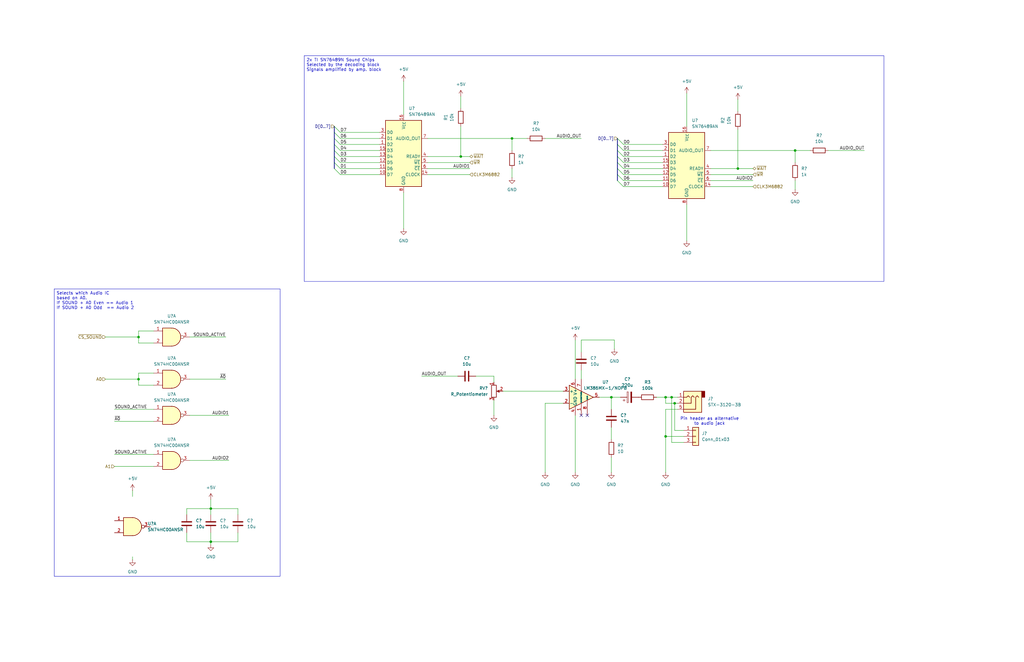
<source format=kicad_sch>
(kicad_sch (version 20250114) (generator "eeschema") (generator_version "9.0")
  (paper "USLedger")
  (lib_symbols
    (symbol "74xx:74HC00" (pin_names (offset 1.016))
      (property "Reference" "U" (at 0 1.27 0))
      (property "Value" "74HC00" (at 0 -1.27 0))
      (symbol "74HC00_1_1"
        (arc (start 0 3.81) (mid 3.7934 0) (end 0 -3.81) (stroke (width 0.254)) (fill (type background)))
        (polyline (pts (xy 0 3.81) (xy -3.81 3.81) (xy -3.81 -3.81) (xy 0 -3.81)) (stroke (width 0.254)) (fill (type background)))
        (pin input line (at -7.62 2.54 0) (length 3.81) (name "~") (number "1"))
        (pin input line (at -7.62 -2.54 0) (length 3.81) (name "~") (number "2"))
        (pin output inverted (at 7.62 0 180) (length 3.81) (name "~") (number "3"))
      )
      (symbol "74HC00_1_2"
        (arc (start -3.81 3.81) (mid -2.589 0) (end -3.81 -3.81) (stroke (width 0.254)))
        (polyline (pts (xy -3.81 3.81) (xy -0.635 3.81)) (stroke (width 0.254)) (fill (type background)))
        (polyline (pts (xy -3.81 -3.81) (xy -0.635 -3.81)) (stroke (width 0.254)) (fill (type background)))
        (arc (start 3.81 0) (mid 2.1855 -2.584) (end -0.6096 -3.81) (stroke (width 0.254)) (fill (type background)))
        (arc (start -0.6096 3.81) (mid 2.1928 2.5924) (end 3.81 0) (stroke (width 0.254)) (fill (type background)))
        (polyline (pts (xy -0.635 3.81) (xy -3.81 3.81) (xy -3.81 3.81) (xy -3.556 3.4036) (xy -3.0226 2.2606) (xy -2.6924 1.0414) (xy -2.6162 -0.254) (xy -2.7686 -1.4986) (xy -3.175 -2.7178) (xy -3.81 -3.81) (xy -3.81 -3.81) (xy -0.635 -3.81)) (stroke (width -25.4)) (fill (type background)))
        (pin input inverted (at -7.62 2.54 0) (length 4.318) (name "~") (number "1"))
        (pin input inverted (at -7.62 -2.54 0) (length 4.318) (name "~") (number "2"))
        (pin output line (at 7.62 0 180) (length 3.81) (name "~") (number "3"))
      )
      (symbol "74HC00_2_1"
        (arc (start 0 3.81) (mid 3.7934 0) (end 0 -3.81) (stroke (width 0.254)) (fill (type background)))
        (polyline (pts (xy 0 3.81) (xy -3.81 3.81) (xy -3.81 -3.81) (xy 0 -3.81)) (stroke (width 0.254)) (fill (type background)))
        (pin input line (at -7.62 2.54 0) (length 3.81) (name "~") (number "4"))
        (pin input line (at -7.62 -2.54 0) (length 3.81) (name "~") (number "5"))
        (pin output inverted (at 7.62 0 180) (length 3.81) (name "~") (number "6"))
      )
      (symbol "74HC00_2_2"
        (arc (start -3.81 3.81) (mid -2.589 0) (end -3.81 -3.81) (stroke (width 0.254)))
        (polyline (pts (xy -3.81 3.81) (xy -0.635 3.81)) (stroke (width 0.254)) (fill (type background)))
        (polyline (pts (xy -3.81 -3.81) (xy -0.635 -3.81)) (stroke (width 0.254)) (fill (type background)))
        (arc (start 3.81 0) (mid 2.1855 -2.584) (end -0.6096 -3.81) (stroke (width 0.254)) (fill (type background)))
        (arc (start -0.6096 3.81) (mid 2.1928 2.5924) (end 3.81 0) (stroke (width 0.254)) (fill (type background)))
        (polyline (pts (xy -0.635 3.81) (xy -3.81 3.81) (xy -3.81 3.81) (xy -3.556 3.4036) (xy -3.0226 2.2606) (xy -2.6924 1.0414) (xy -2.6162 -0.254) (xy -2.7686 -1.4986) (xy -3.175 -2.7178) (xy -3.81 -3.81) (xy -3.81 -3.81) (xy -0.635 -3.81)) (stroke (width -25.4)) (fill (type background)))
        (pin input inverted (at -7.62 2.54 0) (length 4.318) (name "~") (number "4"))
        (pin input inverted (at -7.62 -2.54 0) (length 4.318) (name "~") (number "5"))
        (pin output line (at 7.62 0 180) (length 3.81) (name "~") (number "6"))
      )
      (symbol "74HC00_3_1"
        (arc (start 0 3.81) (mid 3.7934 0) (end 0 -3.81) (stroke (width 0.254)) (fill (type background)))
        (polyline (pts (xy 0 3.81) (xy -3.81 3.81) (xy -3.81 -3.81) (xy 0 -3.81)) (stroke (width 0.254)) (fill (type background)))
        (pin input line (at -7.62 2.54 0) (length 3.81) (name "~") (number "9"))
        (pin input line (at -7.62 -2.54 0) (length 3.81) (name "~") (number "10"))
        (pin output inverted (at 7.62 0 180) (length 3.81) (name "~") (number "8"))
      )
      (symbol "74HC00_3_2"
        (arc (start -3.81 3.81) (mid -2.589 0) (end -3.81 -3.81) (stroke (width 0.254)))
        (polyline (pts (xy -3.81 3.81) (xy -0.635 3.81)) (stroke (width 0.254)) (fill (type background)))
        (polyline (pts (xy -3.81 -3.81) (xy -0.635 -3.81)) (stroke (width 0.254)) (fill (type background)))
        (arc (start 3.81 0) (mid 2.1855 -2.584) (end -0.6096 -3.81) (stroke (width 0.254)) (fill (type background)))
        (arc (start -0.6096 3.81) (mid 2.1928 2.5924) (end 3.81 0) (stroke (width 0.254)) (fill (type background)))
        (polyline (pts (xy -0.635 3.81) (xy -3.81 3.81) (xy -3.81 3.81) (xy -3.556 3.4036) (xy -3.0226 2.2606) (xy -2.6924 1.0414) (xy -2.6162 -0.254) (xy -2.7686 -1.4986) (xy -3.175 -2.7178) (xy -3.81 -3.81) (xy -3.81 -3.81) (xy -0.635 -3.81)) (stroke (width -25.4)) (fill (type background)))
        (pin input inverted (at -7.62 2.54 0) (length 4.318) (name "~") (number "9"))
        (pin input inverted (at -7.62 -2.54 0) (length 4.318) (name "~") (number "10"))
        (pin output line (at 7.62 0 180) (length 3.81) (name "~") (number "8"))
      )
      (symbol "74HC00_4_1"
        (arc (start 0 3.81) (mid 3.7934 0) (end 0 -3.81) (stroke (width 0.254)) (fill (type background)))
        (polyline (pts (xy 0 3.81) (xy -3.81 3.81) (xy -3.81 -3.81) (xy 0 -3.81)) (stroke (width 0.254)) (fill (type background)))
        (pin input line (at -7.62 2.54 0) (length 3.81) (name "~") (number "12"))
        (pin input line (at -7.62 -2.54 0) (length 3.81) (name "~") (number "13"))
        (pin output inverted (at 7.62 0 180) (length 3.81) (name "~") (number "11"))
      )
      (symbol "74HC00_4_2"
        (arc (start -3.81 3.81) (mid -2.589 0) (end -3.81 -3.81) (stroke (width 0.254)))
        (polyline (pts (xy -3.81 3.81) (xy -0.635 3.81)) (stroke (width 0.254)) (fill (type background)))
        (polyline (pts (xy -3.81 -3.81) (xy -0.635 -3.81)) (stroke (width 0.254)) (fill (type background)))
        (arc (start 3.81 0) (mid 2.1855 -2.584) (end -0.6096 -3.81) (stroke (width 0.254)) (fill (type background)))
        (arc (start -0.6096 3.81) (mid 2.1928 2.5924) (end 3.81 0) (stroke (width 0.254)) (fill (type background)))
        (polyline (pts (xy -0.635 3.81) (xy -3.81 3.81) (xy -3.81 3.81) (xy -3.556 3.4036) (xy -3.0226 2.2606) (xy -2.6924 1.0414) (xy -2.6162 -0.254) (xy -2.7686 -1.4986) (xy -3.175 -2.7178) (xy -3.81 -3.81) (xy -3.81 -3.81) (xy -0.635 -3.81)) (stroke (width -25.4)) (fill (type background)))
        (pin input inverted (at -7.62 2.54 0) (length 4.318) (name "~") (number "12"))
        (pin input inverted (at -7.62 -2.54 0) (length 4.318) (name "~") (number "13"))
        (pin output line (at 7.62 0 180) (length 3.81) (name "~") (number "11"))
      )
      (symbol "74HC00_5_0"
        (pin power_in line (at 0 12.7 270) (length 5.08) (name "VCC") (number "14"))
        (pin power_in line (at 0 -12.7 90) (length 5.08) (name "GND") (number "7"))
      )
      (symbol "74HC00_5_1"
        (rectangle (start -5.08 7.62) (end 5.08 -7.62) (stroke (width 0.254)) (fill (type background)))
      )
    )
    (symbol "Amplifier_Audio:LM386" (pin_names (offset 0.127))
      (property "Reference" "U" (at 1.27 7.62 0))
      (property "Value" "LM386" (at 1.27 5.08 0))
      (symbol "LM386_0_1"
        (polyline (pts (xy 5.08 0) (xy -5.08 5.08) (xy -5.08 -5.08) (xy 5.08 0)) (stroke (width 0.254)) (fill (type background)))
      )
      (symbol "LM386_1_1"
        (pin input line (at -7.62 2.54 0) (length 2.54) (name "+") (number "3"))
        (pin input line (at -7.62 -2.54 0) (length 2.54) (name "-") (number "2"))
        (pin power_in line (at -2.54 7.62 270) (length 3.81) (name "V+") (number "6"))
        (pin power_in line (at -2.54 -7.62 90) (length 3.81) (name "GND") (number "4"))
        (pin input line (at 0 7.62 270) (length 5.08) (name "BYPASS") (number "7"))
        (pin input line (at 0 -7.62 90) (length 5.08) (name "GAIN") (number "1"))
        (pin input line (at 2.54 -7.62 90) (length 6.35) (name "GAIN") (number "8"))
        (pin output line (at 7.62 0 180) (length 2.54) (name "~") (number "5"))
      )
    )
    (symbol "Audio:SN76489AN"
      (property "Reference" "U" (at -6.604 16.764 0))
      (property "Value" "SN76489AN" (at 7.112 16.764 0))
      (symbol "SN76489AN_0_0"
        (rectangle (start -7.62 15.24) (end 7.62 -12.7) (stroke (width 0.254)) (fill (type background)))
      )
      (symbol "SN76489AN_1_1"
        (pin input line (at -10.16 10.16 0) (length 2.54) (name "D0") (number "3"))
        (pin input line (at -10.16 7.62 0) (length 2.54) (name "D1") (number "2"))
        (pin input line (at -10.16 5.08 0) (length 2.54) (name "D2") (number "1"))
        (pin input line (at -10.16 2.54 0) (length 2.54) (name "D3") (number "15"))
        (pin input line (at -10.16 0 0) (length 2.54) (name "D4") (number "13"))
        (pin input line (at -10.16 -2.54 0) (length 2.54) (name "D5") (number "12"))
        (pin input line (at -10.16 -5.08 0) (length 2.54) (name "D6") (number "11"))
        (pin input line (at -10.16 -7.62 0) (length 2.54) (name "D7") (number "10"))
        (pin power_in line (at 0 17.78 270) (length 2.54) (name "V_{CC}") (number "16"))
        (pin power_in line (at 0 -15.24 90) (length 2.54) (name "GND") (number "8"))
        (pin output line (at 10.16 7.62 180) (length 2.54) (name "AUDIO_OUT") (number "7"))
        (pin no_connect line (at 10.16 5.08 180) (length 2.54) (hide yes) (name "NC") (number "9"))
        (pin open_collector line (at 10.16 0 180) (length 2.54) (name "READY") (number "4"))
        (pin input line (at 10.16 -2.54 180) (length 2.54) (name "~{WE}") (number "5"))
        (pin input line (at 10.16 -5.08 180) (length 2.54) (name "~{CE}") (number "6"))
        (pin input line (at 10.16 -7.62 180) (length 2.54) (name "CLOCK") (number "14"))
      )
    )
    (symbol "Connector_Audio:AudioJack3"
      (property "Reference" "J6" (at -7.62 -1.9051 0))
      (property "Value" "STX-3120-3B" (at -7.62 0.6349 0))
      (symbol "AudioJack3_0_1"
        (rectangle (start -5.08 -5.08) (end -6.35 -2.54) (stroke (width 0.254)) (fill (type outline)))
        (polyline (pts (xy -1.905 -2.54) (xy -1.27 -3.175) (xy -0.635 -2.54) (xy -0.635 0) (xy 2.54 0)) (stroke (width 0.254)))
        (polyline (pts (xy 0 -2.54) (xy 0.635 -3.175) (xy 1.27 -2.54) (xy 2.54 -2.54)) (stroke (width 0.254)))
        (rectangle (start 2.54 3.81) (end -5.08 -5.08) (stroke (width 0.254)) (fill (type background)))
        (polyline (pts (xy 2.54 2.54) (xy -2.54 2.54) (xy -2.54 -2.54) (xy -3.175 -3.175) (xy -3.81 -2.54)) (stroke (width 0.254)))
      )
      (symbol "AudioJack3_1_1"
        (pin passive line (at 5.08 2.54 180) (length 2.54) (name "~") (number "5"))
        (pin passive line (at 5.08 0 180) (length 2.54) (name "~") (number "2"))
        (pin passive line (at 5.08 -2.54 180) (length 2.54) (name "~") (number "1"))
      )
    )
    (symbol "Connector_Generic:Conn_01x03" (pin_names (offset 1.016) (hide yes))
      (property "Reference" "J" (at 0 5.08 0))
      (property "Value" "Conn_01x03" (at 0 -5.08 0))
      (symbol "Conn_01x03_1_1"
        (rectangle (start -1.27 3.81) (end 1.27 -3.81) (stroke (width 0.254)) (fill (type background)))
        (rectangle (start -1.27 2.667) (end 0 2.413) (stroke (width 0.1524)))
        (rectangle (start -1.27 0.127) (end 0 -0.127) (stroke (width 0.1524)))
        (rectangle (start -1.27 -2.413) (end 0 -2.667) (stroke (width 0.1524)))
        (pin passive line (at -5.08 2.54 0) (length 3.81) (name "Pin_1") (number "1"))
        (pin passive line (at -5.08 0 0) (length 3.81) (name "Pin_2") (number "2"))
        (pin passive line (at -5.08 -2.54 0) (length 3.81) (name "Pin_3") (number "3"))
      )
    )
    (symbol "Device:C" (pin_numbers (hide yes)) (pin_names (offset 0.254))
      (property "Reference" "C" (at 0.635 2.54 0))
      (property "Value" "C" (at 0.635 -2.54 0))
      (symbol "C_0_1"
        (polyline (pts (xy -2.032 0.762) (xy 2.032 0.762)) (stroke (width 0.508)))
        (polyline (pts (xy -2.032 -0.762) (xy 2.032 -0.762)) (stroke (width 0.508)))
      )
      (symbol "C_1_1"
        (pin passive line (at 0 3.81 270) (length 2.794) (name "~") (number "1"))
        (pin passive line (at 0 -3.81 90) (length 2.794) (name "~") (number "2"))
      )
    )
    (symbol "Device:C_Polarized" (pin_numbers (hide yes)) (pin_names (offset 0.254))
      (property "Reference" "C" (at 0.635 2.54 0))
      (property "Value" "C_Polarized" (at 0.635 -2.54 0))
      (symbol "C_Polarized_0_1"
        (rectangle (start -2.286 0.508) (end 2.286 1.016))
        (polyline (pts (xy -1.778 2.286) (xy -0.762 2.286)))
        (polyline (pts (xy -1.27 2.794) (xy -1.27 1.778)))
        (rectangle (start 2.286 -0.508) (end -2.286 -1.016) (fill (type outline)))
      )
      (symbol "C_Polarized_1_1"
        (pin passive line (at 0 3.81 270) (length 2.794) (name "~") (number "1"))
        (pin passive line (at 0 -3.81 90) (length 2.794) (name "~") (number "2"))
      )
    )
    (symbol "Device:R" (pin_numbers (hide yes)) (pin_names (offset 0))
      (property "Reference" "R" (at 2.032 0 90))
      (property "Value" "R" (at 0 0 90))
      (symbol "R_0_1"
        (rectangle (start -1.016 -2.54) (end 1.016 2.54) (stroke (width 0.254)))
      )
      (symbol "R_1_1"
        (pin passive line (at 0 3.81 270) (length 1.27) (name "~") (number "1"))
        (pin passive line (at 0 -3.81 90) (length 1.27) (name "~") (number "2"))
      )
    )
    (symbol "Device:R_Potentiometer" (pin_names (offset 1.016) (hide yes))
      (property "Reference" "RV" (at -4.445 0 90))
      (property "Value" "R_Potentiometer" (at -2.54 0 90))
      (symbol "R_Potentiometer_0_1"
        (rectangle (start 1.016 2.54) (end -1.016 -2.54) (stroke (width 0.254)))
        (polyline (pts (xy 1.143 0) (xy 2.286 0.508) (xy 2.286 -0.508) (xy 1.143 0)) (fill (type outline)))
        (polyline (pts (xy 2.54 0) (xy 1.524 0)))
      )
      (symbol "R_Potentiometer_1_1"
        (pin passive line (at 0 3.81 270) (length 1.27) (name "1") (number "1"))
        (pin passive line (at 0 -3.81 90) (length 1.27) (name "3") (number "3"))
        (pin passive line (at 3.81 0 180) (length 1.27) (name "2") (number "2"))
      )
    )
    (symbol "power:+5V" (power) (pin_numbers (hide yes)) (pin_names (offset 0) (hide yes))
      (property "Value" "+5V" (at 0 3.556 0))
      (symbol "+5V_0_1"
        (polyline (pts (xy -0.762 1.27) (xy 0 2.54)))
        (polyline (pts (xy 0 2.54) (xy 0.762 1.27)))
        (polyline (pts (xy 0 0) (xy 0 2.54)))
      )
      (symbol "+5V_1_1"
        (pin power_in line (at 0 0 90) (length 0) (name "~") (number "1"))
      )
    )
    (symbol "power:GND" (power) (pin_numbers (hide yes)) (pin_names (offset 0) (hide yes))
      (property "Value" "GND" (at 0 -3.81 0))
      (symbol "GND_0_1"
        (polyline (pts (xy 0 0) (xy 0 -1.27) (xy 1.27 -1.27) (xy 0 -2.54) (xy -1.27 -1.27) (xy 0 -1.27)))
      )
      (symbol "GND_1_1"
        (pin power_in line (at 0 0 270) (length 0) (name "~") (number "1"))
      )
    )
  )
  (text "Pin header as alternative\nto audio jack" (at 299.212 177.8 0) (effects (font (size 1.27 1.27))))
  (text_box "Selects which Audio IC\nbased on A0.\nIf SOUND + A0 Even == Audio 1\nIf SOUND + A0 Odd  == Audio 2" (at 22.86 121.92 0) (size 95.25 121.285) (margins 0.9525 0.9525 0.9525 0.9525) (effects (font (size 1.27 1.27)) (justify left top)))
  (text_box "2x TI SN76489N Sound Chips\nSelected by the decoding block\nSignals amplified by amp. block" (at 128.27 23.495 0) (size 244.475 95.25) (margins 0.9525 0.9525 0.9525 0.9525) (effects (font (size 1.27 1.27)) (justify left top)))
  (junction (at 280.67 184.15))
  (junction (at 280.67 167.64))
  (junction (at 58.42 142.24))
  (junction (at 88.9 214.63))
  (junction (at 215.9 58.42))
  (junction (at 335.28 63.5))
  (junction (at 58.42 160.02))
  (junction (at 194.31 66.04))
  (junction (at 284.48 170.18))
  (junction (at 283.21 167.64))
  (junction (at 257.81 167.64))
  (junction (at 311.15 71.12))
  (junction (at 88.9 228.6))
  (no_connect (at 247.65 175.26))
  (no_connect (at 245.11 175.26))
  (bus_entry (at 140.97 60.96) (size 2.54 2.54))
  (bus_entry (at 260.35 68.58) (size 2.54 2.54))
  (bus_entry (at 260.35 63.5) (size 2.54 2.54))
  (bus_entry (at 260.35 58.42) (size 2.54 2.54))
  (bus_entry (at 260.35 76.2) (size 2.54 2.54))
  (bus_entry (at 140.97 55.88) (size 2.54 2.54))
  (bus_entry (at 260.35 73.66) (size 2.54 2.54))
  (bus_entry (at 260.35 71.12) (size 2.54 2.54))
  (bus_entry (at 140.97 53.34) (size 2.54 2.54))
  (bus_entry (at 140.97 63.5) (size 2.54 2.54))
  (bus_entry (at 140.97 66.04) (size 2.54 2.54))
  (bus_entry (at 140.97 71.12) (size 2.54 2.54))
  (bus_entry (at 140.97 68.58) (size 2.54 2.54))
  (bus_entry (at 260.35 60.96) (size 2.54 2.54))
  (bus_entry (at 140.97 58.42) (size 2.54 2.54))
  (bus_entry (at 260.35 66.04) (size 2.54 2.54))
  (bus (pts (xy 140.97 58.42) (xy 140.97 60.96)))
  (wire (pts (xy 48.26 172.72) (xy 64.77 172.72)))
  (wire (pts (xy 88.9 224.79) (xy 88.9 228.6)))
  (wire (pts (xy 289.56 39.37) (xy 289.56 53.34)))
  (wire (pts (xy 80.01 175.26) (xy 96.52 175.26)))
  (wire (pts (xy 100.33 228.6) (xy 100.33 224.79)))
  (wire (pts (xy 208.28 168.91) (xy 208.28 175.26)))
  (wire (pts (xy 170.18 34.29) (xy 170.18 48.26)))
  (wire (pts (xy 280.67 170.18) (xy 284.48 170.18)))
  (wire (pts (xy 200.66 158.75) (xy 208.28 158.75)))
  (wire (pts (xy 335.28 68.58) (xy 335.28 63.5)))
  (wire (pts (xy 257.81 167.64) (xy 261.62 167.64)))
  (wire (pts (xy 143.51 71.12) (xy 160.02 71.12)))
  (wire (pts (xy 194.31 53.34) (xy 194.31 66.04)))
  (wire (pts (xy 245.11 148.59) (xy 245.11 143.51)))
  (wire (pts (xy 280.67 184.15) (xy 280.67 199.39)))
  (wire (pts (xy 80.01 160.02) (xy 95.25 160.02)))
  (wire (pts (xy 170.18 81.28) (xy 170.18 96.52)))
  (wire (pts (xy 177.8 158.75) (xy 193.04 158.75)))
  (wire (pts (xy 262.89 60.96) (xy 279.4 60.96)))
  (wire (pts (xy 335.28 80.01) (xy 335.28 76.2)))
  (wire (pts (xy 88.9 228.6) (xy 88.9 229.87)))
  (wire (pts (xy 299.72 73.66) (xy 317.5 73.66)))
  (wire (pts (xy 143.51 58.42) (xy 160.02 58.42)))
  (wire (pts (xy 242.57 175.26) (xy 242.57 199.39)))
  (wire (pts (xy 143.51 60.96) (xy 160.02 60.96)))
  (wire (pts (xy 257.81 180.34) (xy 257.81 185.42)))
  (bus (pts (xy 140.97 63.5) (xy 140.97 66.04)))
  (wire (pts (xy 180.34 66.04) (xy 194.31 66.04)))
  (wire (pts (xy 44.45 142.24) (xy 58.42 142.24)))
  (wire (pts (xy 78.74 224.79) (xy 78.74 228.6)))
  (wire (pts (xy 299.72 76.2) (xy 317.5 76.2)))
  (wire (pts (xy 194.31 66.04) (xy 198.12 66.04)))
  (wire (pts (xy 283.21 167.64) (xy 285.75 167.64)))
  (wire (pts (xy 262.89 63.5) (xy 279.4 63.5)))
  (wire (pts (xy 143.51 68.58) (xy 160.02 68.58)))
  (wire (pts (xy 44.45 160.02) (xy 58.42 160.02)))
  (wire (pts (xy 143.51 66.04) (xy 160.02 66.04)))
  (wire (pts (xy 262.89 76.2) (xy 279.4 76.2)))
  (wire (pts (xy 335.28 63.5) (xy 341.63 63.5)))
  (wire (pts (xy 180.34 71.12) (xy 198.12 71.12)))
  (wire (pts (xy 58.42 160.02) (xy 58.42 162.56)))
  (wire (pts (xy 58.42 144.78) (xy 64.77 144.78)))
  (wire (pts (xy 262.89 73.66) (xy 279.4 73.66)))
  (wire (pts (xy 257.81 193.04) (xy 257.81 199.39)))
  (wire (pts (xy 58.42 139.7) (xy 58.42 142.24)))
  (wire (pts (xy 88.9 210.82) (xy 88.9 214.63)))
  (wire (pts (xy 262.89 68.58) (xy 279.4 68.58)))
  (wire (pts (xy 257.81 167.64) (xy 257.81 172.72)))
  (wire (pts (xy 143.51 73.66) (xy 160.02 73.66)))
  (wire (pts (xy 180.34 58.42) (xy 215.9 58.42)))
  (wire (pts (xy 229.87 58.42) (xy 245.11 58.42)))
  (wire (pts (xy 64.77 157.48) (xy 58.42 157.48)))
  (wire (pts (xy 80.01 194.31) (xy 96.52 194.31)))
  (wire (pts (xy 212.09 165.1) (xy 237.49 165.1)))
  (bus (pts (xy 260.35 71.12) (xy 260.35 73.66)))
  (bus (pts (xy 140.97 66.04) (xy 140.97 68.58)))
  (bus (pts (xy 260.35 73.66) (xy 260.35 76.2)))
  (wire (pts (xy 48.26 177.8) (xy 64.77 177.8)))
  (wire (pts (xy 80.01 142.24) (xy 95.25 142.24)))
  (bus (pts (xy 140.97 60.96) (xy 140.97 63.5)))
  (wire (pts (xy 280.67 167.64) (xy 280.67 170.18)))
  (bus (pts (xy 140.97 53.34) (xy 140.97 55.88)))
  (wire (pts (xy 299.72 71.12) (xy 311.15 71.12)))
  (wire (pts (xy 280.67 172.72) (xy 285.75 172.72)))
  (wire (pts (xy 299.72 78.74) (xy 317.5 78.74)))
  (wire (pts (xy 88.9 214.63) (xy 88.9 217.17)))
  (wire (pts (xy 252.73 167.64) (xy 257.81 167.64)))
  (bus (pts (xy 260.35 58.42) (xy 260.35 60.96)))
  (wire (pts (xy 100.33 214.63) (xy 100.33 217.17)))
  (wire (pts (xy 78.74 217.17) (xy 78.74 214.63)))
  (wire (pts (xy 64.77 139.7) (xy 58.42 139.7)))
  (wire (pts (xy 311.15 54.61) (xy 311.15 71.12)))
  (wire (pts (xy 349.25 63.5) (xy 364.49 63.5)))
  (bus (pts (xy 140.97 68.58) (xy 140.97 71.12)))
  (wire (pts (xy 88.9 228.6) (xy 100.33 228.6)))
  (wire (pts (xy 58.42 157.48) (xy 58.42 160.02)))
  (wire (pts (xy 259.08 143.51) (xy 259.08 147.32)))
  (wire (pts (xy 284.48 170.18) (xy 285.75 170.18)))
  (wire (pts (xy 78.74 228.6) (xy 88.9 228.6)))
  (wire (pts (xy 311.15 41.91) (xy 311.15 46.99)))
  (bus (pts (xy 260.35 68.58) (xy 260.35 71.12)))
  (bus (pts (xy 140.97 55.88) (xy 140.97 58.42)))
  (wire (pts (xy 262.89 78.74) (xy 279.4 78.74)))
  (wire (pts (xy 288.29 186.69) (xy 283.21 186.69)))
  (wire (pts (xy 180.34 73.66) (xy 198.12 73.66)))
  (wire (pts (xy 280.67 184.15) (xy 288.29 184.15)))
  (wire (pts (xy 237.49 170.18) (xy 229.87 170.18)))
  (wire (pts (xy 48.26 196.85) (xy 64.77 196.85)))
  (bus (pts (xy 260.35 66.04) (xy 260.35 68.58)))
  (wire (pts (xy 55.88 207.01) (xy 55.88 209.55)))
  (wire (pts (xy 280.67 167.64) (xy 283.21 167.64)))
  (wire (pts (xy 55.88 234.95) (xy 55.88 236.22)))
  (wire (pts (xy 280.67 172.72) (xy 280.67 184.15)))
  (wire (pts (xy 299.72 63.5) (xy 335.28 63.5)))
  (wire (pts (xy 276.86 167.64) (xy 280.67 167.64)))
  (wire (pts (xy 284.48 170.18) (xy 284.48 181.61)))
  (wire (pts (xy 208.28 158.75) (xy 208.28 161.29)))
  (wire (pts (xy 58.42 162.56) (xy 64.77 162.56)))
  (bus (pts (xy 260.35 63.5) (xy 260.35 66.04)))
  (wire (pts (xy 245.11 156.21) (xy 245.11 160.02)))
  (wire (pts (xy 215.9 58.42) (xy 222.25 58.42)))
  (wire (pts (xy 194.31 40.64) (xy 194.31 45.72)))
  (wire (pts (xy 288.29 181.61) (xy 284.48 181.61)))
  (wire (pts (xy 58.42 142.24) (xy 58.42 144.78)))
  (wire (pts (xy 283.21 186.69) (xy 283.21 167.64)))
  (wire (pts (xy 245.11 143.51) (xy 259.08 143.51)))
  (wire (pts (xy 215.9 74.93) (xy 215.9 71.12)))
  (wire (pts (xy 262.89 71.12) (xy 279.4 71.12)))
  (bus (pts (xy 260.35 60.96) (xy 260.35 63.5)))
  (wire (pts (xy 311.15 71.12) (xy 317.5 71.12)))
  (wire (pts (xy 48.26 191.77) (xy 64.77 191.77)))
  (wire (pts (xy 78.74 214.63) (xy 88.9 214.63)))
  (wire (pts (xy 143.51 63.5) (xy 160.02 63.5)))
  (wire (pts (xy 88.9 214.63) (xy 100.33 214.63)))
  (wire (pts (xy 180.34 68.58) (xy 198.12 68.58)))
  (wire (pts (xy 242.57 143.51) (xy 242.57 160.02)))
  (wire (pts (xy 229.87 170.18) (xy 229.87 199.39)))
  (wire (pts (xy 215.9 63.5) (xy 215.9 58.42)))
  (wire (pts (xy 143.51 55.88) (xy 160.02 55.88)))
  (wire (pts (xy 289.56 86.36) (xy 289.56 101.6)))
  (wire (pts (xy 262.89 66.04) (xy 279.4 66.04)))
  (label "AUDIO1" (at 96.52 175.26 180))
  (label "SOUND_ACTIVE" (at 48.26 172.72 0))
  (label "D0" (at 262.89 60.96 0))
  (label "AUDIO2" (at 96.52 194.31 180))
  (label "D2" (at 262.89 66.04 0))
  (label "D6" (at 143.51 58.42 0))
  (label "SOUND_ACTIVE" (at 48.26 191.77 0))
  (label "D4" (at 262.89 71.12 0))
  (label "D7" (at 262.89 78.74 0))
  (label "AUDIO_OUT" (at 245.11 58.42 180))
  (label "D3" (at 143.51 66.04 0))
  (label "D6" (at 262.89 76.2 0))
  (label "D4" (at 143.51 63.5 0))
  (label "~{A0}" (at 95.25 160.02 180))
  (label "D3" (at 262.89 68.58 0))
  (label "D5" (at 262.89 73.66 0))
  (label "AUDIO_OUT" (at 177.8 158.75 0))
  (label "D5" (at 143.51 60.96 0))
  (label "AUDIO1" (at 198.12 71.12 180))
  (label "AUDIO_OUT" (at 364.49 63.5 180))
  (label "D0" (at 143.51 73.66 0))
  (label "SOUND_ACTIVE" (at 95.25 142.24 180))
  (label "~{A0}" (at 48.26 177.8 0))
  (label "D2" (at 143.51 68.58 0))
  (label "D1" (at 262.89 63.5 0))
  (label "D1" (at 143.51 71.12 0))
  (label "D7" (at 143.51 55.88 0))
  (label "AUDIO2" (at 317.5 76.2 180))
  (hierarchical_label "A0" (shape input) (at 44.45 160.02 180))
  (hierarchical_label "CLK3M6882" (shape input) (at 198.12 73.66 0))
  (hierarchical_label "~{WAIT}" (shape tri_state) (at 198.12 66.04 0))
  (hierarchical_label "CLK3M6882" (shape input) (at 317.5 78.74 0))
  (hierarchical_label "A1" (shape input) (at 48.26 196.85 180))
  (hierarchical_label "D[0..7]" (shape input) (at 140.97 53.34 180))
  (hierarchical_label "D[0..7]" (shape input) (at 260.35 58.42 180))
  (hierarchical_label "~{CS_SOUND}" (shape input) (at 44.45 142.24 180))
  (hierarchical_label "~{WR}" (shape input) (at 317.5 73.66 0))
  (hierarchical_label "~{WR}" (shape input) (at 198.12 68.58 0))
  (hierarchical_label "~{WAIT}" (shape tri_state) (at 317.5 71.12 0))
  (symbol (lib_id "power:+5V") (at 88.9 210.82 0) (unit 1)
    (property "Reference" "#PWR?" (effects (hide yes)))
    (property "Value" "+5V" (at 88.9 205.74 0))
    (property "Description" "Power symbol creates a global label with name \"+5V\"" (effects (hide yes)))
  )
  (symbol (lib_id "Device:R") (at 345.44 63.5 90) (unit 1)
    (property "Reference" "R?" (at 345.44 57.15 90))
    (property "Value" "10k" (at 345.44 59.69 90))
    (property "Footprint" "Resistor_SMD:R_0603_1608Metric" (effects (hide yes)))
    (property "Description" "Resistor" (effects (hide yes)))
    (property "MANUFACTURER_PART_NUMBER" "RC0603FR-0710KL" (effects (hide yes)))
  )
  (symbol (lib_id "power:GND") (at 257.81 199.39 0) (unit 1)
    (property "Reference" "#PWR?" (effects (hide yes)))
    (property "Value" "GND" (at 257.81 204.47 0))
    (property "Description" "Power symbol creates a global label with name \"GND\" , ground" (effects (hide yes)))
  )
  (symbol (lib_id "Device:R") (at 311.15 50.8 180) (unit 1)
    (property "Reference" "R2" (at 304.8 50.8 90))
    (property "Value" "10k" (at 307.34 50.8 90))
    (property "Footprint" "Resistor_SMD:R_0603_1608Metric" (effects (hide yes)))
    (property "Description" "Resistor" (effects (hide yes)))
    (property "MANUFACTURER_PART_NUMBER" "RC0603FR-0710KL" (effects (hide yes)))
  )
  (symbol (lib_id "power:GND") (at 289.56 101.6 0) (unit 1)
    (property "Reference" "#PWR?" (effects (hide yes)))
    (property "Value" "GND" (at 289.56 106.68 0))
    (property "Description" "Power symbol creates a global label with name \"GND\" , ground" (effects (hide yes)))
  )
  (symbol (lib_id "Connector_Audio:AudioJack3") (at 290.83 170.18 180) (unit 1)
    (property "Reference" "J?" (at 298.45 168.2749 0) (effects (justify right)))
    (property "Value" "STX-3120-3B" (at 298.45 170.8149 0) (effects (justify right)))
    (property "Footprint" "Footprints:KYCON_STX-3120-3B" (effects (hide yes)))
    (property "Description" "Audio Jack, 3 Poles (Stereo / TRS)" (effects (hide yes)))
    (property "MANUFACTURER_PART_NUMBER" "STX-3120-3B" (effects (hide yes)))
  )
  (symbol (lib_id "74xx:74HC00") (at 72.39 194.31 0) (unit 1)
    (property "Reference" "U?" (at 72.3817 185.42 0))
    (property "Value" "SN74HC00ANSR" (at 72.3817 187.96 0))
    (property "Footprint" "Footprints:SO14NB_TEX" (effects (hide yes)))
    (property "Datasheet" "http://www.ti.com/lit/gpn/sn74hc00" (effects (hide yes)))
    (property "Description" "quad 2-input NAND gate" (effects (hide yes)))
    (property "MANUFACTURER_PART_NUMBER" "SN74HC00ANSR" (effects (hide yes)))
  )
  (symbol (lib_id "74xx:74HC00") (at 72.39 175.26 0) (unit 1)
    (property "Reference" "U?" (at 72.3817 166.37 0))
    (property "Value" "SN74HC00ANSR" (at 72.3817 168.91 0))
    (property "Footprint" "Footprints:SO14NB_TEX" (effects (hide yes)))
    (property "Datasheet" "http://www.ti.com/lit/gpn/sn74hc00" (effects (hide yes)))
    (property "Description" "quad 2-input NAND gate" (effects (hide yes)))
    (property "MANUFACTURER_PART_NUMBER" "SN74HC00ANSR" (effects (hide yes)))
  )
  (symbol (lib_id "power:+5V") (at 194.31 40.64 0) (unit 1)
    (property "Reference" "#PWR01" (effects (hide yes)))
    (property "Value" "+5V" (at 194.31 35.56 0))
    (property "Description" "Power symbol creates a global label with name \"+5V\"" (effects (hide yes)))
  )
  (symbol (lib_id "power:+5V") (at 289.56 39.37 0) (unit 1)
    (property "Reference" "#PWR?" (effects (hide yes)))
    (property "Value" "+5V" (at 289.56 34.29 0))
    (property "Description" "Power symbol creates a global label with name \"+5V\"" (effects (hide yes)))
  )
  (symbol (lib_id "Device:R") (at 335.28 72.39 180) (unit 1)
    (property "Reference" "R?" (at 337.82 71.1199 0) (effects (justify right)))
    (property "Value" "1k" (at 337.82 73.6599 0) (effects (justify right)))
    (property "Footprint" "Resistor_SMD:R_0603_1608Metric" (effects (hide yes)))
    (property "Description" "Resistor" (effects (hide yes)))
    (property "MANUFACTURER_PART_NUMBER" "RMCF0603FT1K00" (effects (hide yes)))
  )
  (symbol (lib_id "Device:R") (at 273.05 167.64 90) (unit 1)
    (property "Reference" "R3" (at 273.05 161.29 90))
    (property "Value" "100k" (at 273.05 163.83 90))
    (property "Footprint" "Resistor_SMD:R_0603_1608Metric" (effects (hide yes)))
    (property "Description" "Resistor" (effects (hide yes)))
  )
  (symbol (lib_id "power:GND") (at 242.57 199.39 0) (unit 1)
    (property "Reference" "#PWR?" (effects (hide yes)))
    (property "Value" "GND" (at 242.57 204.47 0))
    (property "Description" "Power symbol creates a global label with name \"GND\" , ground" (effects (hide yes)))
  )
  (symbol (lib_id "Connector_Generic:Conn_01x03") (at 293.37 184.15 0) (unit 1)
    (property "Reference" "J?" (at 295.91 182.8799 0) (effects (justify left)))
    (property "Value" "Conn_01x03" (at 295.91 185.4199 0) (effects (justify left)))
    (property "Footprint" "Connector_PinSocket_2.54mm:PinSocket_1x03_P2.54mm_Vertical" (effects (hide yes)))
    (property "Description" "Generic connector, single row, 01x03, script generated (kicad-library-utils/schlib/autogen/connector/)" (effects (hide yes)))
    (property "MANUFACTURER_PART_NUMBER" "732-5301-ND" (effects (hide yes)))
  )
  (symbol (lib_id "Audio:SN76489AN") (at 289.56 71.12 0) (unit 1)
    (property "Reference" "U?" (at 291.7033 50.8 0) (effects (justify left)))
    (property "Value" "SN76489AN" (at 291.7033 53.34 0) (effects (justify left)))
    (property "Footprint" "Package_DIP:DIP-16_W7.62mm" (effects (hide yes)))
    (property "Datasheet" "https://www.vgmpf.com/Wiki/images/7/78/SN76489AN_-_Manual.pdf" (effects (hide yes)))
    (property "Description" "Digital Complex Sound Generator, 3 square wave channels, 1 noise channel, up to 4MHz clock input, DIP-16" (effects (hide yes)))
    (property "MANUFACTURER_PART_NUMBER" "1-2199298-4" (effects (hide yes)))
  )
  (symbol (lib_id "power:+5V") (at 311.15 41.91 0) (unit 1)
    (property "Reference" "#PWR02" (effects (hide yes)))
    (property "Value" "+5V" (at 311.15 36.83 0))
    (property "Description" "Power symbol creates a global label with name \"+5V\"" (effects (hide yes)))
  )
  (symbol (lib_id "power:+5V") (at 242.57 143.51 0) (unit 1)
    (property "Reference" "#PWR?" (effects (hide yes)))
    (property "Value" "+5V" (at 242.57 138.43 0))
    (property "Description" "Power symbol creates a global label with name \"+5V\"" (effects (hide yes)))
  )
  (symbol (lib_id "Device:C") (at 196.85 158.75 90) (unit 1)
    (property "Reference" "C?" (at 196.85 151.13 90))
    (property "Value" "10u" (at 196.85 153.67 90))
    (property "Footprint" "Capacitor_SMD:C_0603_1608Metric" (effects (hide yes)))
    (property "Description" "Unpolarized capacitor" (effects (hide yes)))
    (property "MANUFACTURER_PART_NUMBER" "CL10X106MO8NRNC" (effects (hide yes)))
  )
  (symbol (lib_id "power:GND") (at 280.67 199.39 0) (unit 1)
    (property "Reference" "#PWR?" (effects (hide yes)))
    (property "Value" "GND" (at 280.67 204.47 0))
    (property "Description" "Power symbol creates a global label with name \"GND\" , ground" (effects (hide yes)))
  )
  (symbol (lib_id "power:GND") (at 55.88 236.22 0) (unit 1)
    (property "Reference" "#PWR?" (effects (hide yes)))
    (property "Value" "GND" (at 55.88 241.3 0))
    (property "Description" "Power symbol creates a global label with name \"GND\" , ground" (effects (hide yes)))
  )
  (symbol (lib_id "Device:R") (at 226.06 58.42 90) (unit 1)
    (property "Reference" "R?" (at 226.06 52.07 90))
    (property "Value" "10k" (at 226.06 54.61 90))
    (property "Footprint" "Resistor_SMD:R_0603_1608Metric" (effects (hide yes)))
    (property "Description" "Resistor" (effects (hide yes)))
    (property "MANUFACTURER_PART_NUMBER" "RC0603FR-0710KL" (effects (hide yes)))
  )
  (symbol (lib_id "power:+5V") (at 55.88 207.01 0) (unit 1)
    (property "Reference" "#PWR?" (effects (hide yes)))
    (property "Value" "+5V" (at 55.88 201.93 0))
    (property "Description" "Power symbol creates a global label with name \"+5V\"" (effects (hide yes)))
  )
  (symbol (lib_id "Device:R") (at 215.9 67.31 180) (unit 1)
    (property "Reference" "R?" (at 218.44 66.0399 0) (effects (justify right)))
    (property "Value" "1k" (at 218.44 68.5799 0) (effects (justify right)))
    (property "Footprint" "Resistor_SMD:R_0603_1608Metric" (effects (hide yes)))
    (property "Description" "Resistor" (effects (hide yes)))
    (property "MANUFACTURER_PART_NUMBER" "RMCF0603FT1K00" (effects (hide yes)))
  )
  (symbol (lib_id "Device:R") (at 194.31 49.53 180) (unit 1)
    (property "Reference" "R1" (at 187.96 49.53 90))
    (property "Value" "10k" (at 190.5 49.53 90))
    (property "Footprint" "Resistor_SMD:R_0603_1608Metric" (effects (hide yes)))
    (property "Description" "Resistor" (effects (hide yes)))
    (property "MANUFACTURER_PART_NUMBER" "RC0603FR-0710KL" (effects (hide yes)))
  )
  (symbol (lib_id "power:GND") (at 170.18 96.52 0) (unit 1)
    (property "Reference" "#PWR?" (effects (hide yes)))
    (property "Value" "GND" (at 170.18 101.6 0))
    (property "Description" "Power symbol creates a global label with name \"GND\" , ground" (effects (hide yes)))
  )
  (symbol (lib_id "power:GND") (at 229.87 199.39 0) (unit 1)
    (property "Reference" "#PWR?" (effects (hide yes)))
    (property "Value" "GND" (at 229.87 204.47 0))
    (property "Description" "Power symbol creates a global label with name \"GND\" , ground" (effects (hide yes)))
  )
  (symbol (lib_id "power:GND") (at 259.08 147.32 0) (unit 1)
    (property "Reference" "#PWR?" (effects (hide yes)))
    (property "Value" "GND" (at 259.08 152.4 0))
    (property "Description" "Power symbol creates a global label with name \"GND\" , ground" (effects (hide yes)))
  )
  (symbol (lib_id "Device:R") (at 257.81 189.23 180) (unit 1)
    (property "Reference" "R?" (at 260.35 187.9599 0) (effects (justify right)))
    (property "Value" "10" (at 260.35 190.4999 0) (effects (justify right)))
    (property "Footprint" "Resistor_SMD:R_0603_1608Metric" (effects (hide yes)))
    (property "Description" "Resistor" (effects (hide yes)))
    (property "MANUFACTURER_PART_NUMBER" "RMCF0603FT10R0" (effects (hide yes)))
  )
  (symbol (lib_id "Device:C") (at 78.74 220.98 180) (unit 1)
    (property "Reference" "C?" (at 82.55 219.7099 0) (effects (justify right)))
    (property "Value" "10u" (at 82.55 222.2499 0) (effects (justify right)))
    (property "Footprint" "Capacitor_SMD:C_0603_1608Metric" (effects (hide yes)))
    (property "Description" "Unpolarized capacitor" (effects (hide yes)))
    (property "MANUFACTURER_PART_NUMBER" "CL10X106MO8NRNC" (effects (hide yes)))
  )
  (symbol (lib_id "Amplifier_Audio:LM386") (at 245.11 167.64 0) (unit 1)
    (property "Reference" "U?" (at 255.27 161.2198 0))
    (property "Value" "LM386MX-1/NOPB" (at 255.27 163.7598 0))
    (property "Footprint" "Package_SO:SOIC-8_3.9x4.9mm_P1.27mm" (effects (hide yes)))
    (property "Datasheet" "http://www.ti.com/lit/ds/symlink/lm386.pdf" (effects (hide yes)))
    (property "Description" "Low Voltage Audio Power Amplifier, DIP-8/SOIC-8/SSOP-8" (effects (hide yes)))
    (property "MANUFACTURER_PART_NUMBER" "LM386MX-1/NOPB" (effects (hide yes)))
  )
  (symbol (lib_id "Device:C") (at 245.11 152.4 0) (unit 1)
    (property "Reference" "C?" (at 248.92 151.1299 0) (effects (justify left)))
    (property "Value" "10u" (at 248.92 153.6699 0) (effects (justify left)))
    (property "Footprint" "Capacitor_SMD:C_0603_1608Metric" (effects (hide yes)))
    (property "Description" "Unpolarized capacitor" (effects (hide yes)))
    (property "MANUFACTURER_PART_NUMBER" "CL10X106MO8NRNC" (effects (hide yes)))
  )
  (symbol (lib_id "Device:C_Polarized") (at 265.43 167.64 90) (unit 1)
    (property "Reference" "C?" (at 264.541 160.02 90))
    (property "Value" "220u" (at 264.541 162.56 90))
    (property "Footprint" "Capacitor_THT:CP_Radial_D6.3mm_P2.50mm" (effects (hide yes)))
    (property "Description" "Polarized capacitor" (effects (hide yes)))
    (property "MANUFACTURER_PART_NUMBER" "16ZLH220MEFCT16.3X11" (effects (hide yes)))
  )
  (symbol (lib_id "power:GND") (at 215.9 74.93 0) (unit 1)
    (property "Reference" "#PWR?" (effects (hide yes)))
    (property "Value" "GND" (at 215.9 80.01 0))
    (property "Description" "Power symbol creates a global label with name \"GND\" , ground" (effects (hide yes)))
  )
  (symbol (lib_id "74xx:74HC00") (at 72.39 142.24 0) (unit 1)
    (property "Reference" "U?" (at 72.3817 133.35 0))
    (property "Value" "SN74HC00ANSR" (at 72.3817 135.89 0))
    (property "Footprint" "Footprints:SO14NB_TEX" (effects (hide yes)))
    (property "Datasheet" "http://www.ti.com/lit/gpn/sn74hc00" (effects (hide yes)))
    (property "Description" "quad 2-input NAND gate" (effects (hide yes)))
    (property "MANUFACTURER_PART_NUMBER" "SN74HC00ANSR" (effects (hide yes)))
  )
  (symbol (lib_id "Device:C") (at 257.81 176.53 180) (unit 1)
    (property "Reference" "C?" (at 261.62 175.2599 0) (effects (justify right)))
    (property "Value" "47n" (at 261.62 177.7999 0) (effects (justify right)))
    (property "Footprint" "Capacitor_SMD:C_0603_1608Metric" (effects (hide yes)))
    (property "Description" "Unpolarized capacitor" (effects (hide yes)))
    (property "MANUFACTURER_PART_NUMBER" "CL10B473KO8NNNC" (effects (hide yes)))
  )
  (symbol (lib_id "74xx:74HC00") (at 72.39 160.02 0) (unit 1)
    (property "Reference" "U?" (at 72.3817 151.13 0))
    (property "Value" "SN74HC00ANSR" (at 72.3817 153.67 0))
    (property "Footprint" "Footprints:SO14NB_TEX" (effects (hide yes)))
    (property "Datasheet" "http://www.ti.com/lit/gpn/sn74hc00" (effects (hide yes)))
    (property "Description" "quad 2-input NAND gate" (effects (hide yes)))
    (property "MANUFACTURER_PART_NUMBER" "SN74HC00ANSR" (effects (hide yes)))
  )
  (symbol (lib_id "Device:C") (at 88.9 220.98 180) (unit 1)
    (property "Reference" "C?" (at 92.71 219.7099 0) (effects (justify right)))
    (property "Value" "10u" (at 92.71 222.2499 0) (effects (justify right)))
    (property "Footprint" "Capacitor_SMD:C_0603_1608Metric" (effects (hide yes)))
    (property "Description" "Unpolarized capacitor" (effects (hide yes)))
    (property "MANUFACTURER_PART_NUMBER" "CL10X106MO8NRNC" (effects (hide yes)))
  )
  (symbol (lib_id "Device:C") (at 100.33 220.98 180) (unit 1)
    (property "Reference" "C?" (at 104.14 219.7099 0) (effects (justify right)))
    (property "Value" "10u" (at 104.14 222.2499 0) (effects (justify right)))
    (property "Footprint" "Capacitor_SMD:C_0603_1608Metric" (effects (hide yes)))
    (property "Description" "Unpolarized capacitor" (effects (hide yes)))
    (property "MANUFACTURER_PART_NUMBER" "CL10X106MO8NRNC" (effects (hide yes)))
  )
  (symbol (lib_id "Device:R_Potentiometer") (at 208.28 165.1 0) (unit 1)
    (property "Reference" "RV?" (at 205.74 163.8299 0) (effects (justify right)))
    (property "Value" "R_Potentiometer" (at 205.74 166.3699 0) (effects (justify right)))
    (property "Footprint" "Potentiometer_THT:Potentiometer_Bourns_3266W_Vertical" (effects (hide yes)))
    (property "Description" "Potentiometer" (effects (hide yes)))
    (property "MANUFACTURER_PART_NUMBER" "3266W-1-103LF" (effects (hide yes)))
  )
  (symbol (lib_id "power:GND") (at 335.28 80.01 0) (unit 1)
    (property "Reference" "#PWR?" (effects (hide yes)))
    (property "Value" "GND" (at 335.28 85.09 0))
    (property "Description" "Power symbol creates a global label with name \"GND\" , ground" (effects (hide yes)))
  )
  (symbol (lib_id "power:GND") (at 208.28 175.26 0) (unit 1)
    (property "Reference" "#PWR?" (effects (hide yes)))
    (property "Value" "GND" (at 208.28 180.34 0))
    (property "Description" "Power symbol creates a global label with name \"GND\" , ground" (effects (hide yes)))
  )
  (symbol (lib_id "power:+5V") (at 170.18 34.29 0) (unit 1)
    (property "Reference" "#PWR?" (effects (hide yes)))
    (property "Value" "+5V" (at 170.18 29.21 0))
    (property "Description" "Power symbol creates a global label with name \"+5V\"" (effects (hide yes)))
  )
  (symbol (lib_id "power:GND") (at 88.9 229.87 0) (unit 1)
    (property "Reference" "#PWR?" (effects (hide yes)))
    (property "Value" "GND" (at 88.9 234.95 0))
    (property "Description" "Power symbol creates a global label with name \"GND\" , ground" (effects (hide yes)))
  )
  (symbol (lib_id "74xx:74HC00") (at 55.88 222.25 0) (unit 1)
    (property "Reference" "U?" (at 62.23 220.9799 0) (effects (justify left)))
    (property "Value" "SN74HC00ANSR" (at 62.23 223.5199 0) (effects (justify left)))
    (property "Footprint" "Footprints:SO14NB_TEX" (effects (hide yes)))
    (property "Datasheet" "http://www.ti.com/lit/gpn/sn74hc00" (effects (hide yes)))
    (property "Description" "quad 2-input NAND gate" (effects (hide yes)))
    (property "MANUFACTURER_PART_NUMBER" "SN74HC00ANSR" (effects (hide yes)))
  )
  (symbol (lib_id "Audio:SN76489AN") (at 170.18 66.04 0) (unit 1)
    (property "Reference" "U?" (at 172.3233 45.72 0) (effects (justify left)))
    (property "Value" "SN76489AN" (at 172.3233 48.26 0) (effects (justify left)))
    (property "Footprint" "Package_DIP:DIP-16_W7.62mm" (effects (hide yes)))
    (property "Datasheet" "https://www.vgmpf.com/Wiki/images/7/78/SN76489AN_-_Manual.pdf" (effects (hide yes)))
    (property "Description" "Digital Complex Sound Generator, 3 square wave channels, 1 noise channel, up to 4MHz clock input, DIP-16" (effects (hide yes)))
    (property "MANUFACTURER_PART_NUMBER" "1-2199298-4" (effects (hide yes)))
  )
)
</source>
